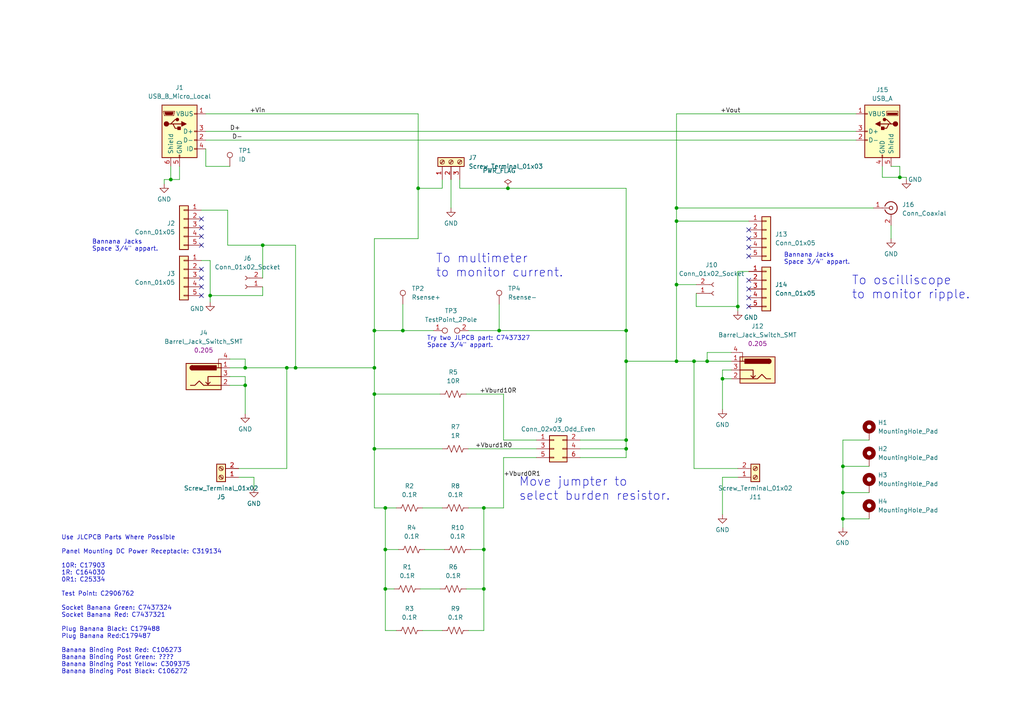
<source format=kicad_sch>
(kicad_sch (version 20230121) (generator eeschema)
  (paper "A4")
  (title_block (title "Current Monitor 10A") (date "2024-03-04") (rev "1.0") (company "! Amused Scientist") (comment 1 "(Forrest) Lee Erickson") (comment 2 "Release to Public Domain"))
  (lib_symbols
    (symbol "Connector:Conn_01x02_Socket" (pin_names (offset 1.016) hide)
      (property "Reference" "J" (at 0 2.54 0))
      (property "Value" "Conn_01x02_Socket" (at 0 -5.08 0))
      (symbol "Conn_01x02_Socket_1_1"
        (arc (start 0 -2.032) (mid -0.5058 -2.54) (end 0 -3.048) (stroke (width 0.1524)))
        (polyline (pts (xy -1.27 -2.54) (xy -0.508 -2.54)) (stroke (width 0.1524)))
        (polyline (pts (xy -1.27 0) (xy -0.508 0)) (stroke (width 0.1524)))
        (arc (start 0 0.508) (mid -0.5058 0) (end 0 -0.508) (stroke (width 0.1524)))
        (pin passive line (at -5.08 0 0) (length 3.81) (name "Pin_1") (number "1"))
        (pin passive line (at -5.08 -2.54 0) (length 3.81) (name "Pin_2") (number "2"))
      )
    )
    (symbol "Connector:Conn_Coaxial" (pin_names (offset 1.016) hide)
      (property "Reference" "J" (at 0.254 3.048 0))
      (property "Value" "Conn_Coaxial" (at 2.921 0 90))
      (symbol "Conn_Coaxial_0_1"
        (arc (start -1.778 -0.508) (mid 0.2311 -1.8066) (end 1.778 0) (stroke (width 0.254)))
        (polyline (pts (xy -2.54 0) (xy -0.508 0)))
        (polyline (pts (xy 0 -2.54) (xy 0 -1.778)))
        (circle (center 0 0) (radius 0.508) (stroke (width 0.2032)))
        (arc (start 1.778 0) (mid 0.2099 1.8101) (end -1.778 0.508) (stroke (width 0.254)))
      )
      (symbol "Conn_Coaxial_1_1"
        (pin passive line (at -5.08 0 0) (length 2.54) (name "In") (number "1"))
        (pin passive line (at 0 -5.08 90) (length 2.54) (name "Ext") (number "2"))
      )
    )
    (symbol "Connector:Screw_Terminal_01x02" (pin_names (offset 1.016) hide)
      (property "Reference" "J" (at 0 2.54 0))
      (property "Value" "Screw_Terminal_01x02" (at 0 -5.08 0))
      (symbol "Screw_Terminal_01x02_1_1"
        (rectangle (start -1.27 1.27) (end 1.27 -3.81) (stroke (width 0.254)) (fill (type background)))
        (circle (center 0 -2.54) (radius 0.635) (stroke (width 0.1524)))
        (polyline (pts (xy -0.5334 -2.2098) (xy 0.3302 -3.048)) (stroke (width 0.1524)))
        (polyline (pts (xy -0.5334 0.3302) (xy 0.3302 -0.508)) (stroke (width 0.1524)))
        (polyline (pts (xy -0.3556 -2.032) (xy 0.508 -2.8702)) (stroke (width 0.1524)))
        (polyline (pts (xy -0.3556 0.508) (xy 0.508 -0.3302)) (stroke (width 0.1524)))
        (circle (center 0 0) (radius 0.635) (stroke (width 0.1524)))
        (pin passive line (at -5.08 0 0) (length 3.81) (name "Pin_1") (number "1"))
        (pin passive line (at -5.08 -2.54 0) (length 3.81) (name "Pin_2") (number "2"))
      )
    )
    (symbol "Connector:Screw_Terminal_01x03" (pin_names (offset 1.016) hide)
      (property "Reference" "J" (at 0 5.08 0))
      (property "Value" "Screw_Terminal_01x03" (at 0 -5.08 0))
      (symbol "Screw_Terminal_01x03_1_1"
        (rectangle (start -1.27 3.81) (end 1.27 -3.81) (stroke (width 0.254)) (fill (type background)))
        (circle (center 0 -2.54) (radius 0.635) (stroke (width 0.1524)))
        (polyline (pts (xy -0.5334 -2.2098) (xy 0.3302 -3.048)) (stroke (width 0.1524)))
        (polyline (pts (xy -0.5334 0.3302) (xy 0.3302 -0.508)) (stroke (width 0.1524)))
        (polyline (pts (xy -0.5334 2.8702) (xy 0.3302 2.032)) (stroke (width 0.1524)))
        (polyline (pts (xy -0.3556 -2.032) (xy 0.508 -2.8702)) (stroke (width 0.1524)))
        (polyline (pts (xy -0.3556 0.508) (xy 0.508 -0.3302)) (stroke (width 0.1524)))
        (polyline (pts (xy -0.3556 3.048) (xy 0.508 2.2098)) (stroke (width 0.1524)))
        (circle (center 0 0) (radius 0.635) (stroke (width 0.1524)))
        (circle (center 0 2.54) (radius 0.635) (stroke (width 0.1524)))
        (pin passive line (at -5.08 2.54 0) (length 3.81) (name "Pin_1") (number "1"))
        (pin passive line (at -5.08 0 0) (length 3.81) (name "Pin_2") (number "2"))
        (pin passive line (at -5.08 -2.54 0) (length 3.81) (name "Pin_3") (number "3"))
      )
    )
    (symbol "Connector:TestPoint" (pin_numbers hide) (pin_names (offset 0.762) hide)
      (property "Reference" "TP" (at 0 6.858 0))
      (property "Value" "TestPoint" (at 0 5.08 0))
      (symbol "TestPoint_0_1"
        (circle (center 0 3.302) (radius 0.762))
      )
      (symbol "TestPoint_1_1"
        (pin passive line (at 0 0 90) (length 2.54) (name "1") (number "1"))
      )
    )
    (symbol "Connector:TestPoint_2Pole" (pin_names (offset 0.762) hide)
      (property "Reference" "TP" (at 0 1.524 0))
      (property "Value" "TestPoint_2Pole" (at 0 -1.778 0))
      (symbol "TestPoint_2Pole_0_1"
        (circle (center -1.778 0) (radius 0.762))
        (circle (center 1.778 0) (radius 0.762))
        (pin passive line (at -5.08 0 0) (length 2.54) (name "1") (number "1"))
        (pin passive line (at 5.08 0 180) (length 2.54) (name "2") (number "2"))
      )
    )
    (symbol "Connector:USB_A" (pin_names (offset 1.016))
      (property "Reference" "J" (at -5.08 11.43 0))
      (property "Value" "USB_A" (at -5.08 8.89 0))
      (symbol "USB_A_0_1"
        (rectangle (start -5.08 -7.62) (end 5.08 7.62) (stroke (width 0.254)) (fill (type background)))
        (circle (center -3.81 2.159) (radius 0.635) (stroke (width 0.254)) (fill (type outline)))
        (rectangle (start -1.524 4.826) (end -4.318 5.334) (fill (type outline)))
        (rectangle (start -1.27 4.572) (end -4.572 5.842))
        (circle (center -0.635 3.429) (radius 0.381) (stroke (width 0.254)) (fill (type outline)))
        (rectangle (start -0.127 -7.62) (end 0.127 -6.858))
        (polyline (pts (xy -3.175 2.159) (xy -2.54 2.159) (xy -1.27 3.429) (xy -0.635 3.429)) (stroke (width 0.254)))
        (polyline (pts (xy -2.54 2.159) (xy -1.905 2.159) (xy -1.27 0.889) (xy 0 0.889)) (stroke (width 0.254)))
        (polyline (pts (xy 0.635 2.794) (xy 0.635 1.524) (xy 1.905 2.159) (xy 0.635 2.794)) (stroke (width 0.254)) (fill (type outline)))
        (rectangle (start 0.254 1.27) (end -0.508 0.508) (stroke (width 0.254)) (fill (type outline)))
        (rectangle (start 5.08 -2.667) (end 4.318 -2.413))
        (rectangle (start 5.08 -0.127) (end 4.318 0.127))
        (rectangle (start 5.08 4.953) (end 4.318 5.207))
      )
      (symbol "USB_A_1_1"
        (polyline (pts (xy -1.905 2.159) (xy 0.635 2.159)) (stroke (width 0.254)))
        (pin power_in line (at 7.62 5.08 180) (length 2.54) (name "VBUS") (number "1"))
        (pin bidirectional line (at 7.62 -2.54 180) (length 2.54) (name "D-") (number "2"))
        (pin bidirectional line (at 7.62 0 180) (length 2.54) (name "D+") (number "3"))
        (pin power_in line (at 0 -10.16 90) (length 2.54) (name "GND") (number "4"))
        (pin passive line (at -2.54 -10.16 90) (length 2.54) (name "Shield") (number "5"))
      )
    )
    (symbol "Connector:USB_B_Micro" (pin_names (offset 1.016))
      (property "Reference" "J" (at -5.08 11.43 0))
      (property "Value" "USB_B_Micro" (at -5.08 8.89 0))
      (symbol "USB_B_Micro_0_1"
        (rectangle (start -5.08 -7.62) (end 5.08 7.62) (stroke (width 0.254)) (fill (type background)))
        (circle (center -3.81 2.159) (radius 0.635) (stroke (width 0.254)) (fill (type outline)))
        (circle (center -0.635 3.429) (radius 0.381) (stroke (width 0.254)) (fill (type outline)))
        (rectangle (start -0.127 -7.62) (end 0.127 -6.858))
        (polyline (pts (xy -1.905 2.159) (xy 0.635 2.159)) (stroke (width 0.254)))
        (polyline (pts (xy -3.175 2.159) (xy -2.54 2.159) (xy -1.27 3.429) (xy -0.635 3.429)) (stroke (width 0.254)))
        (polyline (pts (xy -2.54 2.159) (xy -1.905 2.159) (xy -1.27 0.889) (xy 0 0.889)) (stroke (width 0.254)))
        (polyline (pts (xy 0.635 2.794) (xy 0.635 1.524) (xy 1.905 2.159) (xy 0.635 2.794)) (stroke (width 0.254)) (fill (type outline)))
        (polyline (pts (xy -4.318 5.588) (xy -1.778 5.588) (xy -2.032 4.826) (xy -4.064 4.826) (xy -4.318 5.588)) (fill (type outline)))
        (polyline (pts (xy -4.699 5.842) (xy -4.699 5.588) (xy -4.445 4.826) (xy -4.445 4.572) (xy -1.651 4.572) (xy -1.651 4.826) (xy -1.397 5.588) (xy -1.397 5.842) (xy -4.699 5.842)))
        (rectangle (start 0.254 1.27) (end -0.508 0.508) (stroke (width 0.254)) (fill (type outline)))
        (rectangle (start 5.08 -5.207) (end 4.318 -4.953))
        (rectangle (start 5.08 -2.667) (end 4.318 -2.413))
        (rectangle (start 5.08 -0.127) (end 4.318 0.127))
        (rectangle (start 5.08 4.953) (end 4.318 5.207))
      )
      (symbol "USB_B_Micro_1_1"
        (pin power_out line (at 7.62 5.08 180) (length 2.54) (name "VBUS") (number "1"))
        (pin bidirectional line (at 7.62 -2.54 180) (length 2.54) (name "D-") (number "2"))
        (pin bidirectional line (at 7.62 0 180) (length 2.54) (name "D+") (number "3"))
        (pin passive line (at 7.62 -5.08 180) (length 2.54) (name "ID") (number "4"))
        (pin power_out line (at 0 -10.16 90) (length 2.54) (name "GND") (number "5"))
        (pin passive line (at -2.54 -10.16 90) (length 2.54) (name "Shield") (number "6"))
      )
    )
    (symbol "Connector_Generic:Conn_01x05" (pin_names (offset 1.016) hide)
      (property "Reference" "J" (at 0 7.62 0))
      (property "Value" "Conn_01x05" (at 0 -7.62 0))
      (symbol "Conn_01x05_1_1"
        (rectangle (start -1.27 -4.953) (end 0 -5.207) (stroke (width 0.1524)))
        (rectangle (start -1.27 -2.413) (end 0 -2.667) (stroke (width 0.1524)))
        (rectangle (start -1.27 0.127) (end 0 -0.127) (stroke (width 0.1524)))
        (rectangle (start -1.27 2.667) (end 0 2.413) (stroke (width 0.1524)))
        (rectangle (start -1.27 5.207) (end 0 4.953) (stroke (width 0.1524)))
        (rectangle (start -1.27 6.35) (end 1.27 -6.35) (stroke (width 0.254)) (fill (type background)))
        (pin passive line (at -5.08 5.08 0) (length 3.81) (name "Pin_1") (number "1"))
        (pin passive line (at -5.08 2.54 0) (length 3.81) (name "Pin_2") (number "2"))
        (pin passive line (at -5.08 0 0) (length 3.81) (name "Pin_3") (number "3"))
        (pin passive line (at -5.08 -2.54 0) (length 3.81) (name "Pin_4") (number "4"))
        (pin passive line (at -5.08 -5.08 0) (length 3.81) (name "Pin_5") (number "5"))
      )
    )
    (symbol "Connector_Generic:Conn_02x03_Odd_Even" (pin_names (offset 1.016) hide)
      (property "Reference" "J" (at 1.27 5.08 0))
      (property "Value" "Conn_02x03_Odd_Even" (at 1.27 -5.08 0))
      (symbol "Conn_02x03_Odd_Even_1_1"
        (rectangle (start -1.27 -2.413) (end 0 -2.667) (stroke (width 0.1524)))
        (rectangle (start -1.27 0.127) (end 0 -0.127) (stroke (width 0.1524)))
        (rectangle (start -1.27 2.667) (end 0 2.413) (stroke (width 0.1524)))
        (rectangle (start -1.27 3.81) (end 3.81 -3.81) (stroke (width 0.254)) (fill (type background)))
        (rectangle (start 3.81 -2.413) (end 2.54 -2.667) (stroke (width 0.1524)))
        (rectangle (start 3.81 0.127) (end 2.54 -0.127) (stroke (width 0.1524)))
        (rectangle (start 3.81 2.667) (end 2.54 2.413) (stroke (width 0.1524)))
        (pin passive line (at -5.08 2.54 0) (length 3.81) (name "Pin_1") (number "1"))
        (pin passive line (at 7.62 2.54 180) (length 3.81) (name "Pin_2") (number "2"))
        (pin passive line (at -5.08 0 0) (length 3.81) (name "Pin_3") (number "3"))
        (pin passive line (at 7.62 0 180) (length 3.81) (name "Pin_4") (number "4"))
        (pin passive line (at -5.08 -2.54 0) (length 3.81) (name "Pin_5") (number "5"))
        (pin passive line (at 7.62 -2.54 180) (length 3.81) (name "Pin_6") (number "6"))
      )
    )
    (symbol "Device:R_US" (pin_numbers hide) (pin_names (offset 0))
      (property "Reference" "R" (at 2.54 0 90))
      (property "Value" "R_US" (at -2.54 0 90))
      (symbol "R_US_0_1"
        (polyline (pts (xy 0 -2.286) (xy 0 -2.54)))
        (polyline (pts (xy 0 2.286) (xy 0 2.54)))
        (polyline (pts (xy 0 -0.762) (xy 1.016 -1.143) (xy 0 -1.524) (xy -1.016 -1.905) (xy 0 -2.286)))
        (polyline (pts (xy 0 0.762) (xy 1.016 0.381) (xy 0 0) (xy -1.016 -0.381) (xy 0 -0.762)))
        (polyline (pts (xy 0 2.286) (xy 1.016 1.905) (xy 0 1.524) (xy -1.016 1.143) (xy 0 0.762)))
      )
      (symbol "R_US_1_1"
        (pin passive line (at 0 3.81 270) (length 1.27) (name "~") (number "1"))
        (pin passive line (at 0 -3.81 90) (length 1.27) (name "~") (number "2"))
      )
    )
    (symbol "Mechanical:MountingHole_Pad" (pin_numbers hide) (pin_names (offset 1.016) hide)
      (property "Reference" "H" (at 0 6.35 0))
      (property "Value" "MountingHole_Pad" (at 0 4.445 0))
      (symbol "MountingHole_Pad_0_1"
        (circle (center 0 1.27) (radius 1.27) (stroke (width 1.27)))
      )
      (symbol "MountingHole_Pad_1_1"
        (pin input line (at 0 -2.54 90) (length 2.54) (name "1") (number "1"))
      )
    )
    (symbol "PubInv_KiCad_SCH_LIB:Barrel_Jack_Switch_SMT" (pin_names hide)
      (property "Reference" "J" (at 0 5.334 0))
      (property "Value" "Barrel_Jack_Switch_SMT" (at 1.27 -6.35 0))
      (property "Cost" "0.205" (at 0 0 0))
      (symbol "Barrel_Jack_Switch_SMT_0_1"
        (rectangle (start -5.08 3.81) (end 5.08 -3.81) (stroke (width 0.254)) (fill (type background)))
        (arc (start -3.302 3.175) (mid -3.9343 2.54) (end -3.302 1.905) (stroke (width 0.254)))
        (arc (start -3.302 3.175) (mid -3.9343 2.54) (end -3.302 1.905) (stroke (width 0.254)) (fill (type outline)))
        (polyline (pts (xy 1.27 -2.286) (xy 1.905 -1.651)) (stroke (width 0.254)))
        (polyline (pts (xy 5.08 2.54) (xy 3.81 2.54)) (stroke (width 0.254)))
        (polyline (pts (xy 5.08 5.08) (xy 4.318 5.08) (xy 4.318 2.54)))
        (polyline (pts (xy 5.08 0) (xy 1.27 0) (xy 1.27 -2.286) (xy 0.635 -1.651)) (stroke (width 0.254)))
        (polyline (pts (xy -3.81 -2.54) (xy -2.54 -2.54) (xy -1.27 -1.27) (xy 0 -2.54) (xy 2.54 -2.54) (xy 5.08 -2.54)) (stroke (width 0.254)))
        (rectangle (start 3.683 3.175) (end -3.302 1.905) (stroke (width 0.254)) (fill (type outline)))
      )
      (symbol "Barrel_Jack_Switch_SMT_1_1"
        (pin passive line (at 7.62 2.54 180) (length 2.54) (name "~") (number "1"))
        (pin passive line (at 7.62 -2.54 180) (length 2.54) (name "~") (number "2"))
        (pin passive line (at 7.62 0 180) (length 2.54) (name "~") (number "3"))
        (pin passive line (at 7.62 5.08 180) (length 2.54) (name "~") (number "4"))
      )
    )
    (symbol "power:GND" (power) (pin_names (offset 0))
      (property "Value" "GND" (at 0 -3.81 0))
      (symbol "GND_0_1"
        (polyline (pts (xy 0 0) (xy 0 -1.27) (xy 1.27 -1.27) (xy 0 -2.54) (xy -1.27 -1.27) (xy 0 -1.27)))
      )
      (symbol "GND_1_1"
        (pin power_in line (at 0 0 270) (length 0) hide (name "GND") (number "1"))
      )
    )
    (symbol "power:PWR_FLAG" (power) (pin_numbers hide) (pin_names (offset 0) hide)
      (property "Value" "PWR_FLAG" (at 0 3.81 0))
      (symbol "PWR_FLAG_0_0"
        (pin power_out line (at 0 0 90) (length 0) (name "pwr") (number "1"))
      )
      (symbol "PWR_FLAG_0_1"
        (polyline (pts (xy 0 0) (xy 0 1.27) (xy -1.016 1.905) (xy 0 2.54) (xy 1.016 1.905) (xy 0 1.27)))
      )
    )
  )
  (junction (at 196.215 104.775))
  (junction (at 244.475 142.875))
  (junction (at 108.585 130.175))
  (junction (at 108.585 106.68))
  (junction (at 60.96 85.725))
  (junction (at 244.475 135.255))
  (junction (at 244.475 150.495))
  (junction (at 196.215 64.135))
  (junction (at 140.335 159.385))
  (junction (at 140.335 147.32))
  (junction (at 108.585 95.885))
  (junction (at 49.53 52.07))
  (junction (at 201.295 104.775))
  (junction (at 181.61 104.775))
  (junction (at 111.76 159.385))
  (junction (at 144.78 95.885))
  (junction (at 140.335 170.815))
  (junction (at 121.285 54.61))
  (junction (at 147.32 54.61))
  (junction (at 260.985 51.435))
  (junction (at 111.76 170.815))
  (junction (at 83.185 106.68))
  (junction (at 209.55 109.855))
  (junction (at 181.61 127.635))
  (junction (at 71.12 106.68))
  (junction (at 85.725 106.68))
  (junction (at 205.105 104.775))
  (junction (at 108.585 114.3))
  (junction (at 76.2 71.12))
  (junction (at 71.12 111.76))
  (junction (at 196.215 60.325))
  (junction (at 181.61 130.175))
  (junction (at 181.61 95.885))
  (junction (at 111.76 147.32))
  (junction (at 196.215 82.55))
  (junction (at 116.84 95.885))
  (junction (at 213.995 88.9))
  (no_connect (at 58.42 71.12))
  (no_connect (at 217.17 86.36))
  (no_connect (at 58.42 68.58))
  (no_connect (at 58.42 66.04))
  (no_connect (at 217.17 71.755))
  (no_connect (at 58.42 83.185))
  (no_connect (at 217.17 74.295))
  (no_connect (at 58.42 85.725))
  (no_connect (at 217.17 83.82))
  (no_connect (at 217.17 88.9))
  (no_connect (at 58.42 63.5))
  (no_connect (at 217.17 81.28))
  (no_connect (at 217.17 66.675))
  (no_connect (at 217.17 69.215))
  (no_connect (at 58.42 78.105))
  (no_connect (at 58.42 80.645))
  (wire (pts (xy 76.2 83.185) (xy 76.2 85.725)))
  (wire (pts (xy 205.105 102.235) (xy 212.09 102.235)))
  (wire (pts (xy 60.96 85.725) (xy 60.96 87.63)))
  (wire (pts (xy 111.76 147.32) (xy 111.76 159.385)))
  (wire (pts (xy 66.675 111.76) (xy 71.12 111.76)))
  (wire (pts (xy 135.89 95.885) (xy 144.78 95.885)))
  (wire (pts (xy 258.445 65.405) (xy 258.445 69.215)))
  (wire (pts (xy 255.905 51.435) (xy 260.985 51.435)))
  (wire (pts (xy 83.185 135.89) (xy 83.185 106.68)))
  (wire (pts (xy 212.09 107.315) (xy 209.55 107.315)))
  (wire (pts (xy 108.585 69.215) (xy 108.585 95.885)))
  (wire (pts (xy 146.05 147.32) (xy 140.335 147.32)))
  (wire (pts (xy 66.04 60.96) (xy 66.04 71.12)))
  (wire (pts (xy 111.76 147.32) (xy 114.935 147.32)))
  (wire (pts (xy 181.61 95.885) (xy 181.61 104.775)))
  (wire (pts (xy 140.335 147.32) (xy 135.89 147.32)))
  (wire (pts (xy 111.76 159.385) (xy 111.76 170.815)))
  (wire (pts (xy 59.69 38.1) (xy 248.285 38.1)))
  (wire (pts (xy 108.585 130.175) (xy 108.585 147.32)))
  (wire (pts (xy 111.76 182.88) (xy 111.76 170.815)))
  (wire (pts (xy 115.57 159.385) (xy 111.76 159.385)))
  (wire (pts (xy 213.995 135.89) (xy 201.295 135.89)))
  (wire (pts (xy 168.275 127.635) (xy 181.61 127.635)))
  (wire (pts (xy 213.995 88.9) (xy 213.995 90.17)))
  (wire (pts (xy 181.61 104.775) (xy 196.215 104.775)))
  (wire (pts (xy 130.81 52.07) (xy 130.81 60.325)))
  (wire (pts (xy 121.285 54.61) (xy 121.285 69.215)))
  (wire (pts (xy 66.675 109.22) (xy 71.12 109.22)))
  (wire (pts (xy 209.55 109.855) (xy 212.09 109.855)))
  (wire (pts (xy 196.215 60.325) (xy 196.215 64.135)))
  (wire (pts (xy 71.12 109.22) (xy 71.12 111.76)))
  (wire (pts (xy 258.445 48.26) (xy 260.985 48.26)))
  (wire (pts (xy 71.12 111.76) (xy 71.12 120.015)))
  (wire (pts (xy 83.185 106.68) (xy 85.725 106.68)))
  (wire (pts (xy 155.575 132.715) (xy 146.05 132.715)))
  (wire (pts (xy 135.255 114.3) (xy 146.05 114.3)))
  (wire (pts (xy 262.89 51.435) (xy 262.89 52.07)))
  (wire (pts (xy 58.42 75.565) (xy 60.96 75.565)))
  (wire (pts (xy 73.66 138.43) (xy 69.215 138.43)))
  (wire (pts (xy 196.215 64.135) (xy 217.17 64.135)))
  (wire (pts (xy 209.55 138.43) (xy 209.55 149.225)))
  (wire (pts (xy 155.575 130.175) (xy 135.89 130.175)))
  (wire (pts (xy 136.525 159.385) (xy 140.335 159.385)))
  (wire (pts (xy 71.12 106.68) (xy 83.185 106.68)))
  (wire (pts (xy 181.61 104.775) (xy 181.61 127.635)))
  (wire (pts (xy 66.675 106.68) (xy 71.12 106.68)))
  (wire (pts (xy 140.335 159.385) (xy 140.335 170.815)))
  (wire (pts (xy 213.995 138.43) (xy 209.55 138.43)))
  (wire (pts (xy 248.285 33.02) (xy 196.215 33.02)))
  (wire (pts (xy 146.05 127.635) (xy 155.575 127.635)))
  (wire (pts (xy 71.12 104.14) (xy 71.12 106.68)))
  (wire (pts (xy 49.53 48.26) (xy 49.53 52.07)))
  (wire (pts (xy 121.92 170.815) (xy 127.635 170.815)))
  (wire (pts (xy 135.255 170.815) (xy 140.335 170.815)))
  (wire (pts (xy 121.285 69.215) (xy 108.585 69.215)))
  (wire (pts (xy 116.84 88.265) (xy 116.84 95.885)))
  (wire (pts (xy 147.32 54.61) (xy 181.61 54.61)))
  (wire (pts (xy 209.55 109.855) (xy 209.55 118.745)))
  (wire (pts (xy 58.42 60.96) (xy 66.04 60.96)))
  (wire (pts (xy 181.61 130.175) (xy 181.61 132.715)))
  (wire (pts (xy 140.335 170.815) (xy 140.335 182.88)))
  (wire (pts (xy 111.76 170.815) (xy 114.3 170.815)))
  (wire (pts (xy 252.095 127.635) (xy 244.475 127.635)))
  (wire (pts (xy 244.475 142.875) (xy 244.475 150.495)))
  (wire (pts (xy 133.35 52.07) (xy 133.35 54.61)))
  (wire (pts (xy 60.96 75.565) (xy 60.96 85.725)))
  (wire (pts (xy 59.69 33.02) (xy 121.285 33.02)))
  (wire (pts (xy 244.475 135.255) (xy 244.475 142.875)))
  (wire (pts (xy 205.105 104.775) (xy 212.09 104.775)))
  (wire (pts (xy 213.995 78.74) (xy 217.17 78.74)))
  (wire (pts (xy 181.61 127.635) (xy 181.61 130.175)))
  (wire (pts (xy 59.69 48.26) (xy 66.675 48.26)))
  (wire (pts (xy 108.585 130.175) (xy 128.27 130.175)))
  (wire (pts (xy 73.66 141.605) (xy 73.66 138.43)))
  (wire (pts (xy 196.215 104.775) (xy 201.295 104.775)))
  (wire (pts (xy 252.095 135.255) (xy 244.475 135.255)))
  (wire (pts (xy 114.935 182.88) (xy 111.76 182.88)))
  (wire (pts (xy 66.675 104.14) (xy 71.12 104.14)))
  (wire (pts (xy 244.475 150.495) (xy 252.095 150.495)))
  (wire (pts (xy 108.585 114.3) (xy 127.635 114.3)))
  (wire (pts (xy 213.995 88.9) (xy 213.995 78.74)))
  (wire (pts (xy 196.215 33.02) (xy 196.215 60.325)))
  (wire (pts (xy 122.555 147.32) (xy 128.27 147.32)))
  (wire (pts (xy 181.61 54.61) (xy 181.61 95.885)))
  (wire (pts (xy 196.215 64.135) (xy 196.215 82.55)))
  (wire (pts (xy 146.05 114.3) (xy 146.05 127.635)))
  (wire (pts (xy 133.35 54.61) (xy 147.32 54.61)))
  (wire (pts (xy 108.585 106.68) (xy 108.585 114.3)))
  (wire (pts (xy 108.585 95.885) (xy 108.585 106.68)))
  (wire (pts (xy 205.105 102.235) (xy 205.105 104.775)))
  (wire (pts (xy 108.585 147.32) (xy 111.76 147.32)))
  (wire (pts (xy 201.295 104.775) (xy 205.105 104.775)))
  (wire (pts (xy 76.2 71.12) (xy 76.2 80.645)))
  (wire (pts (xy 260.985 48.26) (xy 260.985 51.435)))
  (wire (pts (xy 60.96 85.725) (xy 76.2 85.725)))
  (wire (pts (xy 201.295 104.775) (xy 201.295 135.89)))
  (wire (pts (xy 125.73 95.885) (xy 116.84 95.885)))
  (wire (pts (xy 209.55 107.315) (xy 209.55 109.855)))
  (wire (pts (xy 144.78 95.885) (xy 181.61 95.885)))
  (wire (pts (xy 59.69 43.18) (xy 59.69 48.26)))
  (wire (pts (xy 59.69 40.64) (xy 248.285 40.64)))
  (wire (pts (xy 76.2 71.12) (xy 85.725 71.12)))
  (wire (pts (xy 244.475 150.495) (xy 244.475 153.035)))
  (wire (pts (xy 146.05 132.715) (xy 146.05 147.32)))
  (wire (pts (xy 52.07 48.26) (xy 52.07 52.07)))
  (wire (pts (xy 128.27 52.07) (xy 128.27 54.61)))
  (wire (pts (xy 69.215 135.89) (xy 83.185 135.89)))
  (wire (pts (xy 135.89 182.88) (xy 140.335 182.88)))
  (wire (pts (xy 123.19 159.385) (xy 128.905 159.385)))
  (wire (pts (xy 196.215 60.325) (xy 253.365 60.325)))
  (wire (pts (xy 122.555 182.88) (xy 128.27 182.88)))
  (wire (pts (xy 49.53 52.07) (xy 47.625 52.07)))
  (wire (pts (xy 168.275 130.175) (xy 181.61 130.175)))
  (wire (pts (xy 201.93 85.09) (xy 201.93 88.9)))
  (wire (pts (xy 85.725 106.68) (xy 108.585 106.68)))
  (wire (pts (xy 244.475 127.635) (xy 244.475 135.255)))
  (wire (pts (xy 144.78 88.265) (xy 144.78 95.885)))
  (wire (pts (xy 66.04 71.12) (xy 76.2 71.12)))
  (wire (pts (xy 196.215 82.55) (xy 196.215 104.775)))
  (wire (pts (xy 260.985 51.435) (xy 262.89 51.435)))
  (wire (pts (xy 121.285 33.02) (xy 121.285 54.61)))
  (wire (pts (xy 128.27 54.61) (xy 121.285 54.61)))
  (wire (pts (xy 196.215 82.55) (xy 201.93 82.55)))
  (wire (pts (xy 168.275 132.715) (xy 181.61 132.715)))
  (wire (pts (xy 252.095 142.875) (xy 244.475 142.875)))
  (wire (pts (xy 201.93 88.9) (xy 213.995 88.9)))
  (wire (pts (xy 116.84 95.885) (xy 108.585 95.885)))
  (wire (pts (xy 47.625 52.07) (xy 47.625 53.34)))
  (wire (pts (xy 52.07 52.07) (xy 49.53 52.07)))
  (wire (pts (xy 140.335 147.32) (xy 140.335 159.385)))
  (wire (pts (xy 255.905 48.26) (xy 255.905 51.435)))
  (wire (pts (xy 108.585 114.3) (xy 108.585 130.175)))
  (wire (pts (xy 85.725 71.12) (xy 85.725 106.68)))
  (text "Use JLCPCB Parts Where Possible\n\nPanel Mounting DC Power Receptacle: C319134\n\n10R: C17903\n1R: C164030\n0R1: C25334\n\nTest Point: C2906762\n\nSocket Banana Green: C7437324\nSocket Banana Red: C7437321\n\nPlug Banana Black: C179488\nPlug Banana Red:C179487\n\nBanana Binding Post Red: C106273\nBanana Binding Post Green: ????\nBanana Binding Post Yellow: C309375\nBanana Binding Post Black: C106272" (at 17.78 195.58 0) (effects (font (size 1.27 1.27)) (justify left bottom)))
  (text "To multimeter\nto monitor current." (at 126.365 80.645 0) (effects (font (size 2.54 2.54)) (justify left bottom)))
  (text "Try two JLPCB part: C7437327\nSpace 3/4\" appart." (at 123.825 100.965 0) (effects (font (size 1.27 1.27)) (justify left bottom)))
  (text "Bannana Jacks\nSpace 3/4\" appart." (at 26.67 73.025 0) (effects (font (size 1.27 1.27)) (justify left bottom)))
  (text "Move jumpter to\nselect burden resistor." (at 150.495 145.415 0) (effects (font (size 2.54 2.54)) (justify left bottom)))
  (text "To oscilliscope\nto monitor ripple." (at 247.015 86.995 0) (effects (font (size 2.54 2.54)) (justify left bottom)))
  (text "Bannana Jacks\nSpace 3/4\" appart." (at 227.33 76.835 0) (effects (font (size 1.27 1.27)) (justify left bottom)))
  (label "D-" (at 67.31 40.64 0))
  (label "+Vout" (at 208.915 33.02 0))
  (label "+Vburd10R" (at 139.065 114.3 0))
  (label "+Vin" (at 72.39 33.02 0))
  (label "+Vburd1R0" (at 137.795 130.175 0))
  (label "+Vburd0R1" (at 146.05 138.43 0))
  (label "D+" (at 66.675 38.1 0))
  (symbol (lib_id "Device:R_US") (at 131.445 170.815 90) (unit 1)
    (property "Reference" "R6" (at 131.445 164.465 90))
    (property "Value" "0.1R" (at 131.445 167.005 90))
    (property "Footprint" "Resistor_SMD:R_1206_3216Metric_Pad1.30x1.75mm_HandSolder" (effects hide))
    (property "Distributor 1" "JLCPCB" (effects hide))
    (property "Distributor 1 PN" "C25334" (effects hide))
    (property "Description" "250mW Thick Film Resistors 200V ±800ppm/℃ ±1% 100mΩ 1206 Chip Resistor - Surface Mount ROHS" (effects hide))
    (property "Cost" "0.0047" (effects hide))
  )
  (symbol (lib_id "Device:R_US") (at 132.08 130.175 90) (unit 1)
    (property "Reference" "R7" (at 132.08 123.825 90))
    (property "Value" "1R" (at 132.08 126.365 90))
    (property "Footprint" "Resistor_SMD:R_1206_3216Metric_Pad1.30x1.75mm_HandSolder" (effects hide))
    (property "Distributor 1" "JLCPCB" (effects hide))
    (property "Distributor 1 PN" "C164030" (effects hide))
    (property "Description" "250mW Thick Film Resistors 200V -200ppm/℃~+400ppm/℃ ±1% 1Ω 1206 Chip Resistor - Surface Mount ROHS" (effects hide))
    (property "Cost" "0.0042" (effects hide))
  )
  (symbol (lib_id "power:GND") (at 47.625 53.34 0) (unit 1)
    (property "Reference" "#PWR01" (effects hide))
    (property "Value" "GND" (at 47.625 57.785 0))
  )
  (symbol (lib_id "Connector:USB_B_Micro") (at 52.07 38.1 0) (unit 1)
    (property "Reference" "J1" (at 52.07 25.4 0))
    (property "Value" "USB_B_Micro_Local" (at 52.07 27.94 0))
    (property "Footprint" "PubInv_KiCad_PCB:USB_Micro-B_Amphenol_10118194_Horizontal" (effects hide))
    (property "Description" "USB 2.0 1 5 Female Micro-B SMD USB Connectors ROHS" (effects hide))
    (property "Distributor 1" "JLCPCB" (effects hide))
    (property "Distributor 1 PN" "C132563" (effects hide))
    (property "Cost" "0.2042" (effects hide))
  )
  (symbol (lib_id "power:GND") (at 258.445 69.215 0) (unit 1)
    (property "Reference" "#PWR09" (effects hide))
    (property "Value" "GND" (at 258.445 73.66 0))
  )
  (symbol (lib_id "power:GND") (at 71.12 120.015 0) (unit 1)
    (property "Reference" "#PWR03" (effects hide))
    (property "Value" "GND" (at 71.12 124.46 0))
  )
  (symbol (lib_id "Mechanical:MountingHole_Pad") (at 252.095 147.955 0) (unit 1) (in_bom no)
    (property "Reference" "H4" (at 254.635 145.415 0) (effects (justify left)))
    (property "Value" "MountingHole_Pad" (at 254.635 147.955 0) (effects (justify left)))
    (property "Footprint" "MountingHole:MountingHole_3.5mm_Pad_Via" (effects hide))
  )
  (symbol (lib_id "Device:R_US") (at 118.745 182.88 90) (unit 1)
    (property "Reference" "R3" (at 118.745 176.53 90))
    (property "Value" "0.1R" (at 118.745 179.07 90))
    (property "Footprint" "Resistor_SMD:R_1206_3216Metric_Pad1.30x1.75mm_HandSolder" (effects hide))
    (property "Distributor 1" "JLCPCB" (effects hide))
    (property "Distributor 1 PN" "C25334" (effects hide))
    (property "Description" "250mW Thick Film Resistors 200V ±800ppm/℃ ±1% 100mΩ 1206 Chip Resistor - Surface Mount ROHS" (effects hide))
    (property "Cost" "0.0047" (effects hide))
  )
  (symbol (lib_id "Device:R_US") (at 132.715 159.385 90) (unit 1)
    (property "Reference" "R10" (at 132.715 153.035 90))
    (property "Value" "0.1R" (at 132.715 155.575 90))
    (property "Footprint" "Resistor_SMD:R_1206_3216Metric_Pad1.30x1.75mm_HandSolder" (effects hide))
    (property "Distributor 1" "JLCPCB" (effects hide))
    (property "Distributor 1 PN" "C25334" (effects hide))
    (property "Description" "250mW Thick Film Resistors 200V ±800ppm/℃ ±1% 100mΩ 1206 Chip Resistor - Surface Mount ROHS" (effects hide))
    (property "Cost" "0.0047" (effects hide))
  )
  (symbol (lib_id "Device:R_US") (at 131.445 114.3 90) (unit 1)
    (property "Reference" "R5" (at 131.445 107.95 90))
    (property "Value" "10R" (at 131.445 110.49 90))
    (property "Footprint" "Resistor_SMD:R_1206_3216Metric_Pad1.30x1.75mm_HandSolder" (effects hide))
    (property "Distributor 1" "JLCPCB" (effects hide))
    (property "Distributor 1 PN" "C17903" (effects hide))
    (property "Description" "250mW Thick Film Resistors 200V ±1% ±400ppm/℃ 10Ω 1206 Chip Resistor - Surface Mount ROHS" (effects hide))
    (property "Cost" "0.0028" (effects hide))
  )
  (symbol (lib_id "Device:R_US") (at 118.745 147.32 90) (unit 1)
    (property "Reference" "R2" (at 118.745 140.97 90))
    (property "Value" "0.1R" (at 118.745 143.51 90))
    (property "Footprint" "Resistor_SMD:R_1206_3216Metric_Pad1.30x1.75mm_HandSolder" (effects hide))
    (property "Distributor 1" "JLCPCB" (effects hide))
    (property "Distributor 1 PN" "C25334" (effects hide))
    (property "Description" "250mW Thick Film Resistors 200V ±800ppm/℃ ±1% 100mΩ 1206 Chip Resistor - Surface Mount ROHS" (effects hide))
    (property "Cost" "0.0047" (effects hide))
  )
  (symbol (lib_id "Mechanical:MountingHole_Pad") (at 252.095 132.715 0) (unit 1) (in_bom no)
    (property "Reference" "H2" (at 254.635 130.175 0) (effects (justify left)))
    (property "Value" "MountingHole_Pad" (at 254.635 132.715 0) (effects (justify left)))
    (property "Footprint" "MountingHole:MountingHole_3.5mm_Pad_Via" (effects hide))
  )
  (symbol (lib_id "PubInv_KiCad_SCH_LIB:Barrel_Jack_Switch_SMT") (at 59.055 109.22 0) (unit 1)
    (property "Reference" "J4" (at 59.055 96.52 0))
    (property "Value" "Barrel_Jack_Switch_SMT" (at 59.055 99.06 0))
    (property "Footprint" "PubInv_KiCad_PCB:BarrelJack_CLIFF_FC681465S_SMT_Horizontal" (effects hide))
    (property "Datasheet" "https://tensility.s3.amazonaws.com/uploads/pdffiles/54-00164.pdf" (effects hide))
    (property "Distributor 1" "JLCPCB" (effects hide))
    (property "Distributor 1 PN" "C319134" (effects hide))
    (property "Manufacturer" "XKB Connectivity / Tensility International Corp" (effects hide))
    (property "MPN" "DC-005-5A-2.0-SMT / 54-00164" (effects hide))
    (property "Description" "Power Barrel Connector Jack 2.10mm ID (0.083\"), 5.50mm OD (0.217\") Surface Mount, Right Angle" (effects hide))
    (property "Distributor 2" "Digikey" (effects hide))
    (property "Distributor 2 PN" "839-54-00164CT-ND" (effects hide))
    (property "Cost" "0.205" (at 59.055 101.6 0))
  )
  (symbol (lib_id "power:GND") (at 73.66 141.605 0) (unit 1)
    (property "Reference" "#PWR04" (effects hide))
    (property "Value" "GND" (at 73.66 146.05 0))
  )
  (symbol (lib_id "Connector:Screw_Terminal_01x02") (at 64.135 138.43 180) (unit 1)
    (property "Reference" "J5" (at 64.135 144.145 0))
    (property "Value" "Screw_Terminal_01x02" (at 64.135 141.605 0))
    (property "Footprint" "TerminalBlock_Phoenix_MKDS-1,5-2_1x02_P5.00mm_Horizontal" (effects hide))
    (property "Distributor 1" "JLCPCB" (effects hide))
    (property "Distributor 1 PN" "C8385" (effects hide))
    (property "Description" "1x2P -30℃~+120℃ 17.5A 250V Blue 14~22 Straight 5mm 1.5 1 2 Plugin,P=5mm Screw terminal ROHS" (effects hide))
    (property "Cost" "0.0764" (effects hide))
  )
  (symbol (lib_id "Connector:USB_A") (at 255.905 38.1 0) (mirror y) (unit 1)
    (property "Reference" "J15" (at 255.905 26.035 0))
    (property "Value" "USB_A" (at 255.905 28.575 0))
    (property "Footprint" "PubInv_KiCad_PCB:USB_A_JLCPCB_C3038692_Horizontal" (effects hide))
    (property "Datasheet" " ~" (effects hide))
    (property "Description" "1.5A 1 Sink board 4P Female Type-A SMD USB Connectors ROHS" (effects hide))
    (property "Distributor 1" "JLCPCB" (effects hide))
    (property "Distributor 1 PN" "C3038692" (effects hide))
    (property "Cost" "0.0290" (effects hide))
  )
  (symbol (lib_id "Connector:Conn_01x02_Socket") (at 71.12 83.185 180) (unit 1) (in_bom no)
    (property "Reference" "J6" (at 71.755 74.93 0))
    (property "Value" "Conn_01x02_Socket" (at 71.755 77.47 0))
    (property "Footprint" "Connector:Banana_Jack_2Pin" (effects hide))
  )
  (symbol (lib_id "Connector_Generic:Conn_02x03_Odd_Even") (at 160.655 130.175 0) (unit 1)
    (property "Reference" "J9" (at 161.925 121.92 0))
    (property "Value" "Conn_02x03_Odd_Even" (at 161.925 124.46 0))
    (property "Footprint" "Connector_PinHeader_2.54mm:PinHeader_2x03_P2.54mm_Vertical" (effects hide))
    (property "Distributor 1" "JLCPCB" (effects hide))
    (property "Distributor 1 PN" "C5116479" (effects hide))
    (property "Description" "6P 2.54mm Double row 2x3P Plugin,P=2.54mm Pin Headers ROHS" (effects hide))
    (property "Cost" "0.0486" (effects hide))
  )
  (symbol (lib_id "power:GND") (at 60.96 87.63 0) (mirror y) (unit 1)
    (property "Reference" "#PWR02" (effects hide))
    (property "Value" "GND" (at 57.15 89.535 0))
  )
  (symbol (lib_id "Device:R_US") (at 132.08 182.88 90) (unit 1)
    (property "Reference" "R9" (at 132.08 176.53 90))
    (property "Value" "0.1R" (at 132.08 179.07 90))
    (property "Footprint" "Resistor_SMD:R_1206_3216Metric_Pad1.30x1.75mm_HandSolder" (effects hide))
    (property "Distributor 1" "JLCPCB" (effects hide))
    (property "Distributor 1 PN" "C25334" (effects hide))
    (property "Description" "250mW Thick Film Resistors 200V ±800ppm/℃ ±1% 100mΩ 1206 Chip Resistor - Surface Mount ROHS" (effects hide))
    (property "Cost" "0.0047" (effects hide))
  )
  (symbol (lib_id "Connector:Screw_Terminal_01x02") (at 219.075 138.43 0) (mirror x) (unit 1)
    (property "Reference" "J11" (at 219.075 144.145 0))
    (property "Value" "Screw_Terminal_01x02" (at 219.075 141.605 0))
    (property "Footprint" "TerminalBlock_Phoenix_MKDS-1,5-2_1x02_P5.00mm_Horizontal" (effects hide))
    (property "Distributor 1" "JLCPCB" (effects hide))
    (property "Distributor 1 PN" "C8385" (effects hide))
    (property "Description" "1x2P -30℃~+120℃ 17.5A 250V Blue 14~22 Straight 5mm 1.5 1 2 Plugin,P=5mm Screw terminal ROHS" (effects hide))
    (property "Cost" "0.0764" (effects hide))
  )
  (symbol (lib_id "power:PWR_FLAG") (at 147.32 54.61 0) (unit 1)
    (property "Reference" "#FLG01" (effects hide))
    (property "Value" "PWR_FLAG" (at 144.78 49.53 0))
  )
  (symbol (lib_id "Connector_Generic:Conn_01x05") (at 222.25 69.215 0) (unit 1)
    (property "Reference" "J13" (at 224.79 67.945 0) (effects (justify left)))
    (property "Value" "Conn_01x05" (at 224.79 70.485 0) (effects (justify left)))
    (property "Footprint" "PubInv_KiCad_PCB:Banana_Cliff_FCR7350x_S16N-PC_Horizontal_5Pins" (effects hide))
    (property "Cost" "1.6575" (effects hide))
    (property "Description" "Banana_Cliff_FCR7350x_S16N-PC_Horizontal" (effects hide))
    (property "Distributor 1" "JLCPCB" (effects hide))
    (property "Distributor 1 PN" "C7437327" (effects hide))
  )
  (symbol (lib_id "PubInv_KiCad_SCH_LIB:Barrel_Jack_Switch_SMT") (at 219.71 107.315 0) (mirror y) (unit 1)
    (property "Reference" "J12" (at 219.71 94.615 0))
    (property "Value" "Barrel_Jack_Switch_SMT" (at 219.71 97.155 0))
    (property "Footprint" "PubInv_KiCad_PCB:BarrelJack_CLIFF_FC681465S_SMT_Horizontal" (effects hide))
    (property "Datasheet" "https://tensility.s3.amazonaws.com/uploads/pdffiles/54-00164.pdf" (effects hide))
    (property "Distributor 1" "JLCPCB" (effects hide))
    (property "Distributor 1 PN" "C319134" (effects hide))
    (property "Manufacturer" "XKB Connectivity / Tensility International Corp" (effects hide))
    (property "MPN" "DC-005-5A-2.0-SMT / 54-00164" (effects hide))
    (property "Description" "Power Barrel Connector Jack 2.10mm ID (0.083\"), 5.50mm OD (0.217\") Surface Mount, Right Angle" (effects hide))
    (property "Distributor 2" "Digikey" (effects hide))
    (property "Distributor 2 PN" "839-54-00164CT-ND" (effects hide))
    (property "Cost" "0.205" (at 219.71 99.695 0))
  )
  (symbol (lib_id "Connector:TestPoint") (at 66.675 48.26 0) (unit 1)
    (property "Reference" "TP1" (at 69.215 43.688 0) (effects (justify left)))
    (property "Value" "ID" (at 69.215 46.228 0) (effects (justify left)))
    (property "Footprint" "TestPoint:TestPoint_Loop_D2.50mm_Drill1.0mm" (effects hide))
    (property "Distributor 1" "JLCPCB" (effects hide))
    (property "Distributor 1 PN" "C5277086" (effects hide))
    (property "Cost" "0.0696" (effects hide))
    (property "Description" "Test Points/Test Rings ROHS RED" (effects hide))
  )
  (symbol (lib_id "power:GND") (at 213.995 90.17 0) (unit 1)
    (property "Reference" "#PWR07" (effects hide))
    (property "Value" "GND" (at 217.805 92.075 0))
  )
  (symbol (lib_id "power:GND") (at 209.55 118.745 0) (unit 1)
    (property "Reference" "#PWR05" (effects hide))
    (property "Value" "GND" (at 209.55 123.19 0))
  )
  (symbol (lib_id "Connector:Conn_01x02_Socket") (at 207.01 85.09 0) (mirror x) (unit 1) (in_bom no)
    (property "Reference" "J10" (at 206.375 76.835 0))
    (property "Value" "Conn_01x02_Socket" (at 206.375 79.375 0))
    (property "Footprint" "Connector:Banana_Jack_2Pin" (effects hide))
  )
  (symbol (lib_id "Connector:TestPoint") (at 144.78 88.265 0) (unit 1)
    (property "Reference" "TP4" (at 147.32 83.693 0) (effects (justify left)))
    (property "Value" "Rsense-" (at 147.32 86.233 0) (effects (justify left)))
    (property "Footprint" "TestPoint:TestPoint_Loop_D2.50mm_Drill1.0mm" (effects hide))
    (property "Distributor 1" "JLCPCB" (effects hide))
    (property "Distributor 1 PN" "C5277086" (effects hide))
    (property "Cost" "0.0696" (effects hide))
    (property "Description" "Test Points/Test Rings ROHS RED" (effects hide))
  )
  (symbol (lib_id "Connector:Conn_Coaxial") (at 258.445 60.325 0) (unit 1)
    (property "Reference" "J16" (at 261.62 59.3482 0) (effects (justify left)))
    (property "Value" "Conn_Coaxial" (at 261.62 61.8882 0) (effects (justify left)))
    (property "Footprint" "BNC_Amphenol_B6252HB-NPP3G-50_Horizontal" (effects hide))
    (property "Datasheet" " ~" (effects hide))
    (property "Cost" "4.1175" (effects hide))
    (property "Description" "1 Inner bore BNC Board Edge 4GHz 50Ω Plugin RF Connectors / Coaxial Connectors ROHS" (effects hide))
    (property "Distributor 1" "JLCPCB" (effects hide))
    (property "Distributor 1 PN" "C305920" (effects hide))
  )
  (symbol (lib_id "Device:R_US") (at 118.11 170.815 90) (unit 1)
    (property "Reference" "R1" (at 118.11 164.465 90))
    (property "Value" "0.1R" (at 118.11 167.005 90))
    (property "Footprint" "Resistor_SMD:R_1206_3216Metric_Pad1.30x1.75mm_HandSolder" (effects hide))
    (property "Distributor 1" "JLCPCB" (effects hide))
    (property "Distributor 1 PN" "C25334" (effects hide))
    (property "Description" "250mW Thick Film Resistors 200V ±800ppm/℃ ±1% 100mΩ 1206 Chip Resistor - Surface Mount ROHS" (effects hide))
    (property "Cost" "0.0047" (effects hide))
  )
  (symbol (lib_id "Connector_Generic:Conn_01x05") (at 53.34 66.04 0) (mirror y) (unit 1)
    (property "Reference" "J2" (at 50.8 64.77 0) (effects (justify left)))
    (property "Value" "Conn_01x05" (at 50.8 67.31 0) (effects (justify left)))
    (property "Footprint" "PubInv_KiCad_PCB:Banana_Cliff_FCR7350x_S16N-PC_Horizontal_5Pins" (effects hide))
    (property "Cost" "1.6575" (effects hide))
    (property "Description" "Banana_Cliff_FCR7350x_S16N-PC_Horizontal" (effects hide))
    (property "Distributor 1" "JLCPCB" (effects hide))
    (property "Distributor 1 PN" "C7437327" (effects hide))
  )
  (symbol (lib_id "Connector_Generic:Conn_01x05") (at 53.34 80.645 0) (mirror y) (unit 1)
    (property "Reference" "J3" (at 50.8 79.375 0) (effects (justify left)))
    (property "Value" "Conn_01x05" (at 50.8 81.915 0) (effects (justify left)))
    (property "Footprint" "PubInv_KiCad_PCB:Banana_Cliff_FCR7350x_S16N-PC_Horizontal_5Pins" (effects hide))
    (property "Cost" "1.6575" (effects hide))
    (property "Description" "Banana_Cliff_FCR7350x_S16N-PC_Horizontal" (effects hide))
    (property "Distributor 1" "JLCPCB" (effects hide))
    (property "Distributor 1 PN" "C7437327" (effects hide))
  )
  (symbol (lib_id "Connector:Screw_Terminal_01x03") (at 130.81 46.99 90) (unit 1)
    (property "Reference" "J7" (at 135.89 45.72 90) (effects (justify right)))
    (property "Value" "Screw_Terminal_01x03" (at 135.89 48.26 90) (effects (justify right)))
    (property "Footprint" "TerminalBlock_Phoenix:TerminalBlock_Phoenix_MKDS-1,5-3_1x03_P5.00mm_Horizontal" (effects hide))
    (property "Description" "1x3P -30℃~+120℃ 17.5A 250V Blue 14~22 Straight 5mm 1.5 1 3 Plugin,P=5mm Screw terminal ROHS" (effects hide))
    (property "Distributor 1" "JLCPCB" (effects hide))
    (property "Distributor 1 PN" "C8467" (effects hide))
  )
  (symbol (lib_id "Connector_Generic:Conn_01x05") (at 222.25 83.82 0) (unit 1)
    (property "Reference" "J14" (at 224.79 82.55 0) (effects (justify left)))
    (property "Value" "Conn_01x05" (at 224.79 85.09 0) (effects (justify left)))
    (property "Footprint" "PubInv_KiCad_PCB:Banana_Cliff_FCR7350x_S16N-PC_Horizontal_5Pins" (effects hide))
    (property "Cost" "1.6575" (effects hide))
    (property "Description" "Banana_Cliff_FCR7350x_S16N-PC_Horizontal" (effects hide))
    (property "Distributor 1" "JLCPCB" (effects hide))
    (property "Distributor 1 PN" "C7437327" (effects hide))
  )
  (symbol (lib_id "power:GND") (at 244.475 153.035 0) (mirror y) (unit 1)
    (property "Reference" "#PWR08" (effects hide))
    (property "Value" "GND" (at 244.348 157.4292 0))
  )
  (symbol (lib_id "Connector:TestPoint") (at 116.84 88.265 0) (unit 1)
    (property "Reference" "TP2" (at 119.38 83.693 0) (effects (justify left)))
    (property "Value" "Rsense+" (at 119.38 86.233 0) (effects (justify left)))
    (property "Footprint" "TestPoint:TestPoint_Loop_D2.50mm_Drill1.0mm" (effects hide))
    (property "Distributor 1" "JLCPCB" (effects hide))
    (property "Distributor 1 PN" "C5277086" (effects hide))
    (property "Cost" "0.0696" (effects hide))
    (property "Description" "Test Points/Test Rings ROHS RED" (effects hide))
  )
  (symbol (lib_id "Device:R_US") (at 119.38 159.385 90) (unit 1)
    (property "Reference" "R4" (at 119.38 153.035 90))
    (property "Value" "0.1R" (at 119.38 155.575 90))
    (property "Footprint" "Resistor_SMD:R_1206_3216Metric_Pad1.30x1.75mm_HandSolder" (effects hide))
    (property "Distributor 1" "JLCPCB" (effects hide))
    (property "Distributor 1 PN" "C25334" (effects hide))
    (property "Description" "250mW Thick Film Resistors 200V ±800ppm/℃ ±1% 100mΩ 1206 Chip Resistor - Surface Mount ROHS" (effects hide))
    (property "Cost" "0.0047" (effects hide))
  )
  (symbol (lib_id "power:GND") (at 262.89 52.07 0) (unit 1)
    (property "Reference" "#PWR010" (effects hide))
    (property "Value" "GND" (at 265.43 52.07 0))
  )
  (symbol (lib_id "Connector:TestPoint_2Pole") (at 130.81 95.885 0) (unit 1)
    (property "Reference" "TP3" (at 130.81 90.17 0))
    (property "Value" "TestPoint_2Pole" (at 130.81 92.71 0))
    (property "Footprint" "Connector:Banana_Jack_2Pin" (effects hide))
    (property "Distributor 1" "JLCPCB" (effects hide))
  )
  (symbol (lib_id "Mechanical:MountingHole_Pad") (at 252.095 125.095 0) (unit 1) (in_bom no)
    (property "Reference" "H1" (at 254.635 122.555 0) (effects (justify left)))
    (property "Value" "MountingHole_Pad" (at 254.635 125.095 0) (effects (justify left)))
    (property "Footprint" "MountingHole:MountingHole_3.5mm_Pad_Via" (effects hide))
  )
  (symbol (lib_id "Mechanical:MountingHole_Pad") (at 252.095 140.335 0) (unit 1) (in_bom no)
    (property "Reference" "H3" (at 254.635 137.795 0) (effects (justify left)))
    (property "Value" "MountingHole_Pad" (at 254.635 140.335 0) (effects (justify left)))
    (property "Footprint" "MountingHole:MountingHole_3.5mm_Pad_Via" (effects hide))
  )
  (symbol (lib_id "power:GND") (at 209.55 149.225 0) (unit 1)
    (property "Reference" "#PWR06" (effects hide))
    (property "Value" "GND" (at 209.55 153.67 0))
  )
  (symbol (lib_id "power:GND") (at 130.81 60.325 0) (unit 1)
    (property "Reference" "#PWR011" (effects hide))
    (property "Value" "GND" (at 130.81 64.77 0))
  )
  (symbol (lib_id "Device:R_US") (at 132.08 147.32 90) (unit 1)
    (property "Reference" "R8" (at 132.08 140.97 90))
    (property "Value" "0.1R" (at 132.08 143.51 90))
    (property "Footprint" "Resistor_SMD:R_1206_3216Metric_Pad1.30x1.75mm_HandSolder" (effects hide))
    (property "Distributor 1" "JLCPCB" (effects hide))
    (property "Distributor 1 PN" "C25334" (effects hide))
    (property "Description" "250mW Thick Film Resistors 200V ±800ppm/℃ ±1% 100mΩ 1206 Chip Resistor - Surface Mount ROHS" (effects hide))
    (property "Cost" "0.0047" (effects hide))
  )
)
</source>
